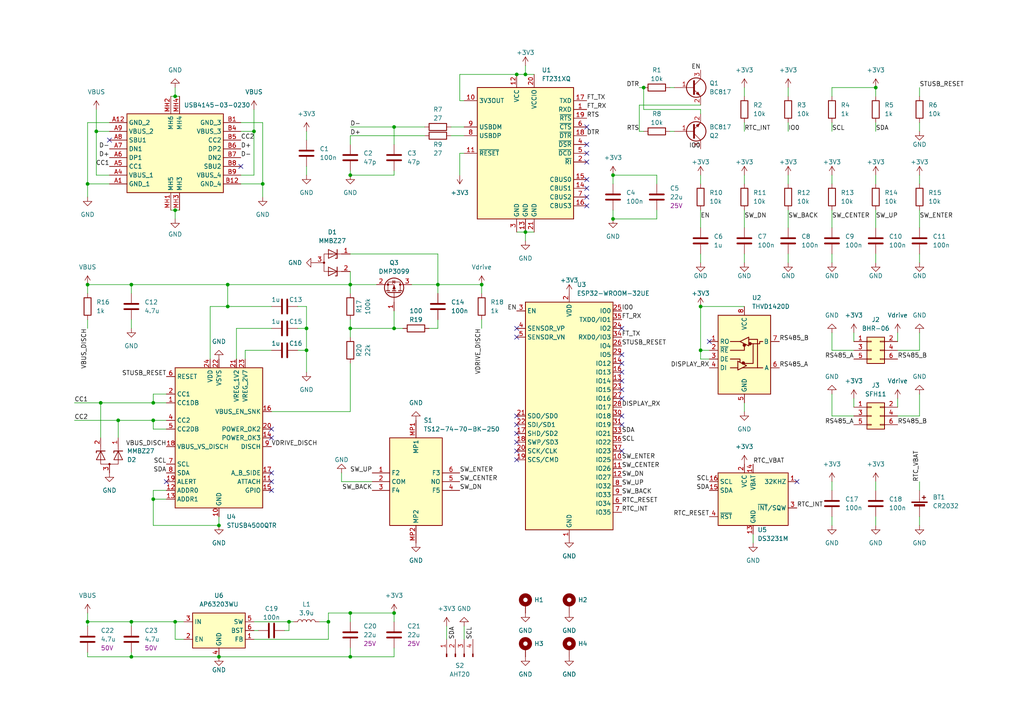
<source format=kicad_sch>
(kicad_sch (version 20231120) (generator "eeschema") (generator_version "8.0")
  (paper "A4")
  (junction (at 25.4 82.55))
  (junction (at 50.8 27.94))
  (junction (at 38.1 180.34))
  (junction (at 73.66 38.1))
  (junction (at 254 25.4))
  (junction (at 38.1 190.5))
  (junction (at 114.3 36.83))
  (junction (at 139.7 82.55))
  (junction (at 44.45 144.78))
  (junction (at 88.9 95.25))
  (junction (at 127 82.55))
  (junction (at 95.25 180.34))
  (junction (at 63.5 190.5))
  (junction (at 50.8 60.96))
  (junction (at 177.8 63.5))
  (junction (at 177.8 50.8))
  (junction (at 83.82 180.34))
  (junction (at 66.04 88.9))
  (junction (at 101.6 50.8))
  (junction (at 38.1 82.55))
  (junction (at 25.4 53.34))
  (junction (at 101.6 177.8))
  (junction (at 114.3 95.25))
  (junction (at 152.4 21.59))
  (junction (at 101.6 190.5))
  (junction (at 114.3 177.8))
  (junction (at 186.69 25.4))
  (junction (at 44.45 121.92))
  (junction (at 101.6 95.25))
  (junction (at 63.5 152.4))
  (junction (at 149.86 21.59))
  (junction (at 152.4 67.31))
  (junction (at 101.6 82.55))
  (junction (at 76.2 53.34))
  (junction (at 29.21 116.84))
  (junction (at 44.45 116.84))
  (junction (at 50.8 180.34))
  (junction (at 88.9 101.6))
  (junction (at 34.29 121.92))
  (junction (at 66.04 82.55))
  (junction (at 27.94 38.1))
  (junction (at 203.2 88.9))
  (junction (at 203.2 101.6))
  (junction (at 25.4 180.34))
  (no_connect (at 180.34 107.95))
  (no_connect (at 180.34 102.87))
  (no_connect (at 180.34 115.57))
  (no_connect (at 170.18 52.07))
  (no_connect (at 170.18 41.91))
  (no_connect (at 149.86 128.27))
  (no_connect (at 149.86 123.19))
  (no_connect (at 170.18 36.83))
  (no_connect (at 78.74 127))
  (no_connect (at 180.34 113.03))
  (no_connect (at 31.75 40.64))
  (no_connect (at 149.86 125.73))
  (no_connect (at 149.86 97.79))
  (no_connect (at 170.18 46.99))
  (no_connect (at 149.86 95.25))
  (no_connect (at 180.34 123.19))
  (no_connect (at 149.86 133.35))
  (no_connect (at 149.86 130.81))
  (no_connect (at 205.74 99.06))
  (no_connect (at 170.18 59.69))
  (no_connect (at 180.34 95.25))
  (no_connect (at 231.14 139.7))
  (no_connect (at 48.26 139.7))
  (no_connect (at 180.34 105.41))
  (no_connect (at 170.18 54.61))
  (no_connect (at 69.85 48.26))
  (no_connect (at 180.34 130.81))
  (no_connect (at 78.74 124.46))
  (no_connect (at 180.34 120.65))
  (no_connect (at 78.74 137.16))
  (no_connect (at 180.34 110.49))
  (no_connect (at 78.74 142.24))
  (no_connect (at 78.74 139.7))
  (no_connect (at 170.18 57.15))
  (no_connect (at 170.18 44.45))
  (no_connect (at 149.86 120.65))
  (wire (pts (xy 247.65 96.52) (xy 247.65 99.06)))
  (wire (pts (xy 190.5 63.5) (xy 190.5 60.96)))
  (wire (pts (xy 266.7 76.2) (xy 266.7 73.66)))
  (wire (pts (xy 44.45 144.78) (xy 44.45 152.4)))
  (wire (pts (xy 88.9 38.1) (xy 88.9 40.64)))
  (wire (pts (xy 215.9 60.96) (xy 215.9 66.04)))
  (wire (pts (xy 34.29 127) (xy 34.29 121.92)))
  (wire (pts (xy 215.9 76.2) (xy 215.9 73.66)))
  (wire (pts (xy 27.94 31.75) (xy 27.94 38.1)))
  (wire (pts (xy 203.2 73.66) (xy 203.2 76.2)))
  (wire (pts (xy 101.6 36.83) (xy 114.3 36.83)))
  (wire (pts (xy 101.6 50.8) (xy 101.6 49.53)))
  (wire (pts (xy 266.7 114.3) (xy 266.7 120.65)))
  (wire (pts (xy 25.4 35.56) (xy 31.75 35.56)))
  (wire (pts (xy 68.58 95.25) (xy 68.58 104.14)))
  (wire (pts (xy 114.3 177.8) (xy 114.3 180.34)))
  (wire (pts (xy 88.9 95.25) (xy 88.9 101.6)))
  (wire (pts (xy 78.74 95.25) (xy 68.58 95.25)))
  (wire (pts (xy 25.4 53.34) (xy 25.4 35.56)))
  (wire (pts (xy 38.1 181.61) (xy 38.1 180.34)))
  (wire (pts (xy 29.21 116.84) (xy 44.45 116.84)))
  (wire (pts (xy 139.7 92.71) (xy 139.7 95.25)))
  (wire (pts (xy 50.8 27.94) (xy 52.07 27.94)))
  (wire (pts (xy 194.31 38.1) (xy 195.58 38.1)))
  (wire (pts (xy 241.3 139.7) (xy 241.3 142.24)))
  (wire (pts (xy 63.5 190.5) (xy 101.6 190.5)))
  (wire (pts (xy 38.1 85.09) (xy 38.1 82.55)))
  (wire (pts (xy 241.3 53.34) (xy 241.3 50.8)))
  (wire (pts (xy 254 60.96) (xy 254 66.04)))
  (wire (pts (xy 66.04 88.9) (xy 60.96 88.9)))
  (wire (pts (xy 241.3 120.65) (xy 247.65 120.65)))
  (wire (pts (xy 95.25 185.42) (xy 73.66 185.42)))
  (wire (pts (xy 139.7 82.55) (xy 139.7 85.09)))
  (wire (pts (xy 133.35 21.59) (xy 149.86 21.59)))
  (wire (pts (xy 254 152.4) (xy 254 149.86)))
  (wire (pts (xy 228.6 60.96) (xy 228.6 66.04)))
  (wire (pts (xy 241.3 25.4) (xy 241.3 27.94)))
  (wire (pts (xy 260.35 118.11) (xy 260.35 115.57)))
  (wire (pts (xy 101.6 187.96) (xy 101.6 190.5)))
  (wire (pts (xy 241.3 76.2) (xy 241.3 73.66)))
  (wire (pts (xy 203.2 53.34) (xy 203.2 50.8)))
  (wire (pts (xy 44.45 114.3) (xy 44.45 116.84)))
  (wire (pts (xy 266.7 60.96) (xy 266.7 66.04)))
  (wire (pts (xy 241.3 60.96) (xy 241.3 66.04)))
  (wire (pts (xy 134.62 181.61) (xy 134.62 185.42)))
  (wire (pts (xy 215.9 25.4) (xy 215.9 27.94)))
  (wire (pts (xy 76.2 35.56) (xy 69.85 35.56)))
  (wire (pts (xy 66.04 88.9) (xy 78.74 88.9)))
  (wire (pts (xy 149.86 21.59) (xy 152.4 21.59)))
  (wire (pts (xy 99.06 139.7) (xy 107.95 139.7)))
  (wire (pts (xy 25.4 181.61) (xy 25.4 180.34)))
  (wire (pts (xy 92.71 180.34) (xy 95.25 180.34)))
  (wire (pts (xy 27.94 38.1) (xy 31.75 38.1)))
  (wire (pts (xy 44.45 144.78) (xy 48.26 144.78)))
  (wire (pts (xy 101.6 78.74) (xy 101.6 82.55)))
  (wire (pts (xy 247.65 115.57) (xy 247.65 118.11)))
  (wire (pts (xy 203.2 104.14) (xy 205.74 104.14)))
  (wire (pts (xy 50.8 25.4) (xy 50.8 27.94)))
  (wire (pts (xy 266.7 101.6) (xy 260.35 101.6)))
  (wire (pts (xy 101.6 39.37) (xy 123.19 39.37)))
  (wire (pts (xy 49.53 60.96) (xy 50.8 60.96)))
  (wire (pts (xy 185.42 25.4) (xy 186.69 25.4)))
  (wire (pts (xy 21.59 121.92) (xy 34.29 121.92)))
  (wire (pts (xy 44.45 124.46) (xy 48.26 124.46)))
  (wire (pts (xy 44.45 142.24) (xy 44.45 144.78)))
  (wire (pts (xy 266.7 96.52) (xy 266.7 101.6)))
  (wire (pts (xy 50.8 180.34) (xy 53.34 180.34)))
  (wire (pts (xy 48.26 142.24) (xy 44.45 142.24)))
  (wire (pts (xy 88.9 88.9) (xy 88.9 95.25)))
  (wire (pts (xy 218.44 154.94) (xy 218.44 157.48)))
  (wire (pts (xy 177.8 53.34) (xy 177.8 50.8)))
  (wire (pts (xy 78.74 119.38) (xy 101.6 119.38)))
  (wire (pts (xy 50.8 180.34) (xy 50.8 185.42)))
  (wire (pts (xy 73.66 31.75) (xy 73.66 38.1)))
  (wire (pts (xy 254 76.2) (xy 254 73.66)))
  (wire (pts (xy 66.04 88.9) (xy 66.04 82.55)))
  (wire (pts (xy 185.42 38.1) (xy 186.69 38.1)))
  (wire (pts (xy 25.4 57.15) (xy 25.4 53.34)))
  (wire (pts (xy 241.3 38.1) (xy 241.3 35.56)))
  (wire (pts (xy 86.36 101.6) (xy 88.9 101.6)))
  (wire (pts (xy 203.2 33.02) (xy 203.2 31.75)))
  (wire (pts (xy 25.4 180.34) (xy 38.1 180.34)))
  (wire (pts (xy 95.25 177.8) (xy 95.25 180.34)))
  (wire (pts (xy 34.29 121.92) (xy 44.45 121.92)))
  (wire (pts (xy 152.4 67.31) (xy 154.94 67.31)))
  (wire (pts (xy 44.45 116.84) (xy 48.26 116.84)))
  (wire (pts (xy 127 73.66) (xy 127 82.55)))
  (wire (pts (xy 228.6 35.56) (xy 228.6 38.1)))
  (wire (pts (xy 101.6 177.8) (xy 101.6 180.34)))
  (wire (pts (xy 114.3 36.83) (xy 114.3 41.91)))
  (wire (pts (xy 27.94 50.8) (xy 31.75 50.8)))
  (wire (pts (xy 25.4 82.55) (xy 38.1 82.55)))
  (wire (pts (xy 95.25 177.8) (xy 101.6 177.8)))
  (wire (pts (xy 215.9 35.56) (xy 215.9 38.1)))
  (wire (pts (xy 152.4 19.05) (xy 152.4 21.59)))
  (wire (pts (xy 241.3 25.4) (xy 254 25.4)))
  (wire (pts (xy 38.1 190.5) (xy 25.4 190.5)))
  (wire (pts (xy 71.12 101.6) (xy 78.74 101.6)))
  (wire (pts (xy 185.42 30.48) (xy 185.42 38.1)))
  (wire (pts (xy 48.26 114.3) (xy 44.45 114.3)))
  (wire (pts (xy 266.7 53.34) (xy 266.7 50.8)))
  (wire (pts (xy 127 85.09) (xy 127 82.55)))
  (wire (pts (xy 124.46 95.25) (xy 127 95.25)))
  (wire (pts (xy 101.6 177.8) (xy 114.3 177.8)))
  (wire (pts (xy 241.3 114.3) (xy 241.3 120.65)))
  (wire (pts (xy 86.36 88.9) (xy 88.9 88.9)))
  (wire (pts (xy 101.6 95.25) (xy 101.6 97.79)))
  (wire (pts (xy 266.7 35.56) (xy 266.7 38.1)))
  (wire (pts (xy 129.54 181.61) (xy 129.54 185.42)))
  (wire (pts (xy 254 38.1) (xy 254 35.56)))
  (wire (pts (xy 241.3 101.6) (xy 247.65 101.6)))
  (wire (pts (xy 101.6 190.5) (xy 114.3 190.5)))
  (wire (pts (xy 114.3 50.8) (xy 114.3 49.53)))
  (wire (pts (xy 228.6 53.34) (xy 228.6 50.8)))
  (wire (pts (xy 190.5 50.8) (xy 177.8 50.8)))
  (wire (pts (xy 114.3 187.96) (xy 114.3 190.5)))
  (wire (pts (xy 38.1 92.71) (xy 38.1 95.25)))
  (wire (pts (xy 130.81 39.37) (xy 134.62 39.37)))
  (wire (pts (xy 101.6 119.38) (xy 101.6 105.41)))
  (wire (pts (xy 99.06 137.16) (xy 99.06 139.7)))
  (wire (pts (xy 73.66 182.88) (xy 74.93 182.88)))
  (wire (pts (xy 215.9 53.34) (xy 215.9 50.8)))
  (wire (pts (xy 86.36 95.25) (xy 88.9 95.25)))
  (wire (pts (xy 254 139.7) (xy 254 142.24)))
  (wire (pts (xy 25.4 190.5) (xy 25.4 189.23)))
  (wire (pts (xy 25.4 82.55) (xy 25.4 85.09)))
  (wire (pts (xy 133.35 29.21) (xy 133.35 21.59)))
  (wire (pts (xy 149.86 67.31) (xy 152.4 67.31)))
  (wire (pts (xy 27.94 38.1) (xy 27.94 50.8)))
  (wire (pts (xy 152.4 21.59) (xy 154.94 21.59)))
  (wire (pts (xy 215.9 116.84) (xy 215.9 119.38)))
  (wire (pts (xy 38.1 190.5) (xy 63.5 190.5)))
  (wire (pts (xy 76.2 53.34) (xy 69.85 53.34)))
  (wire (pts (xy 83.82 180.34) (xy 85.09 180.34)))
  (wire (pts (xy 203.2 60.96) (xy 203.2 66.04)))
  (wire (pts (xy 266.7 152.4) (xy 266.7 149.86)))
  (wire (pts (xy 38.1 189.23) (xy 38.1 190.5)))
  (wire (pts (xy 88.9 101.6) (xy 88.9 107.95)))
  (wire (pts (xy 203.2 88.9) (xy 215.9 88.9)))
  (wire (pts (xy 203.2 101.6) (xy 203.2 88.9)))
  (wire (pts (xy 266.7 120.65) (xy 260.35 120.65)))
  (wire (pts (xy 50.8 60.96) (xy 52.07 60.96)))
  (wire (pts (xy 66.04 82.55) (xy 101.6 82.55)))
  (wire (pts (xy 114.3 95.25) (xy 116.84 95.25)))
  (wire (pts (xy 260.35 99.06) (xy 260.35 96.52)))
  (wire (pts (xy 127 82.55) (xy 139.7 82.55)))
  (wire (pts (xy 114.3 36.83) (xy 123.19 36.83)))
  (wire (pts (xy 76.2 53.34) (xy 76.2 35.56)))
  (wire (pts (xy 130.81 36.83) (xy 134.62 36.83)))
  (wire (pts (xy 83.82 180.34) (xy 83.82 182.88)))
  (wire (pts (xy 152.4 69.85) (xy 152.4 67.31)))
  (wire (pts (xy 73.66 50.8) (xy 69.85 50.8)))
  (wire (pts (xy 63.5 149.86) (xy 63.5 152.4)))
  (wire (pts (xy 203.2 101.6) (xy 205.74 101.6)))
  (wire (pts (xy 101.6 39.37) (xy 101.6 41.91)))
  (wire (pts (xy 44.45 152.4) (xy 63.5 152.4)))
  (wire (pts (xy 101.6 92.71) (xy 101.6 95.25)))
  (wire (pts (xy 194.31 25.4) (xy 195.58 25.4)))
  (wire (pts (xy 44.45 121.92) (xy 44.45 124.46)))
  (wire (pts (xy 44.45 121.92) (xy 48.26 121.92)))
  (wire (pts (xy 186.69 31.75) (xy 186.69 25.4)))
  (wire (pts (xy 83.82 182.88) (xy 82.55 182.88)))
  (wire (pts (xy 254 25.4) (xy 254 27.94)))
  (wire (pts (xy 133.35 44.45) (xy 134.62 44.45)))
  (wire (pts (xy 241.3 152.4) (xy 241.3 149.86)))
  (wire (pts (xy 127 95.25) (xy 127 92.71)))
  (wire (pts (xy 133.35 44.45) (xy 133.35 50.8)))
  (wire (pts (xy 60.96 88.9) (xy 60.96 104.14)))
  (wire (pts (xy 25.4 92.71) (xy 25.4 95.25)))
  (wire (pts (xy 241.3 96.52) (xy 241.3 101.6)))
  (wire (pts (xy 50.8 60.96) (xy 50.8 63.5)))
  (wire (pts (xy 88.9 50.8) (xy 88.9 48.26)))
  (wire (pts (xy 38.1 82.55) (xy 66.04 82.55)))
  (wire (pts (xy 73.66 180.34) (xy 83.82 180.34)))
  (wire (pts (xy 254 53.34) (xy 254 50.8)))
  (wire (pts (xy 38.1 180.34) (xy 50.8 180.34)))
  (wire (pts (xy 266.7 25.4) (xy 266.7 27.94)))
  (wire (pts (xy 95.25 180.34) (xy 95.25 185.42)))
  (wire (pts (xy 101.6 73.66) (xy 127 73.66)))
  (wire (pts (xy 134.62 29.21) (xy 133.35 29.21)))
  (wire (pts (xy 203.2 31.75) (xy 186.69 31.75)))
  (wire (pts (xy 50.8 185.42) (xy 53.34 185.42)))
  (wire (pts (xy 29.21 116.84) (xy 29.21 127)))
  (wire (pts (xy 25.4 177.8) (xy 25.4 180.34)))
  (wire (pts (xy 114.3 90.17) (xy 114.3 95.25)))
  (wire (pts (xy 73.66 38.1) (xy 69.85 38.1)))
  (wire (pts (xy 228.6 27.94) (xy 228.6 25.4)))
  (wire (pts (xy 127 82.55) (xy 119.38 82.55)))
  (wire (pts (xy 203.2 104.14) (xy 203.2 101.6)))
  (wire (pts (xy 177.8 63.5) (xy 177.8 60.96)))
  (wire (pts (xy 190.5 63.5) (xy 177.8 63.5)))
  (wire (pts (xy 76.2 57.15) (xy 76.2 53.34)))
  (wire (pts (xy 190.5 50.8) (xy 190.5 53.34)))
  (wire (pts (xy 101.6 50.8) (xy 114.3 50.8)))
  (wire (pts (xy 73.66 38.1) (xy 73.66 50.8)))
  (wire (pts (xy 101.6 95.25) (xy 114.3 95.25)))
  (wire (pts (xy 21.59 116.84) (xy 29.21 116.84)))
  (wire (pts (xy 49.53 27.94) (xy 50.8 27.94)))
  (wire (pts (xy 101.6 82.55) (xy 109.22 82.55)))
  (wire (pts (xy 25.4 53.34) (xy 31.75 53.34)))
  (wire (pts (xy 266.7 139.7) (xy 266.7 142.24)))
  (wire (pts (xy 203.2 30.48) (xy 185.42 30.48)))
  (wire (pts (xy 71.12 104.14) (xy 71.12 101.6)))
  (wire (pts (xy 228.6 76.2) (xy 228.6 73.66)))
  (wire (pts (xy 101.6 82.55) (xy 101.6 85.09)))
  (label "SW_DN" (at 180.34 138.43 0))
  (label "EN" (at 203.2 20.32 180))
  (label "SW_ENTER" (at 180.34 133.35 0))
  (label "SW_ENTER" (at 266.7 63.5 0))
  (label "SW_UP" (at 107.95 137.16 180))
  (label "IO0" (at 203.2 43.18 180))
  (label "RTC_RESET" (at 205.74 149.86 180))
  (label "DISPLAY_RX" (at 180.34 118.11 0))
  (label "RTC_INT" (at 180.34 148.59 0))
  (label "D+" (at 31.75 45.72 180))
  (label "STUSB_RESET" (at 48.26 109.22 180))
  (label "SW_BACK" (at 228.6 63.5 0))
  (label "EN" (at 149.86 90.17 180))
  (label "DTR" (at 170.18 39.37 0))
  (label "SDA" (at 48.26 137.16 180))
  (label "SCL" (at 48.26 134.62 180))
  (label "FT_RX" (at 180.34 92.71 0))
  (label "EN" (at 203.2 63.5 0))
  (label "RTC_VBAT" (at 266.7 139.7 90))
  (label "FT_TX" (at 170.18 29.21 0))
  (label "SW_CENTER" (at 133.35 139.7 0))
  (label "RS485_B" (at 260.35 123.19 0))
  (label "FT_RX" (at 170.18 31.75 0))
  (label "CC1" (at 31.75 48.26 180))
  (label "DISPLAY_RX" (at 205.74 106.68 180))
  (label "SDA" (at 180.34 125.73 0))
  (label "SCL" (at 137.16 185.42 90))
  (label "SCL" (at 205.74 139.7 180))
  (label "RS485_A" (at 247.65 104.14 180))
  (label "SW_DN" (at 133.35 142.24 0))
  (label "D-" (at 31.75 43.18 180))
  (label "SDA" (at 132.08 185.42 90))
  (label "CC1" (at 21.59 116.84 0))
  (label "CC2" (at 69.85 40.64 0))
  (label "FT_TX" (at 180.34 97.79 0))
  (label "VBUS_DISCH" (at 25.4 95.25 270))
  (label "SDA" (at 205.74 142.24 180))
  (label "SCL" (at 241.3 38.1 0))
  (label "CC2" (at 21.59 121.92 0))
  (label "VDRIVE_DISCH" (at 139.7 95.25 270))
  (label "STUSB_RESET" (at 180.34 100.33 0))
  (label "SCL" (at 180.34 128.27 0))
  (label "RTC_INT" (at 231.14 147.32 0))
  (label "SDA" (at 254 38.1 0))
  (label "RTC_VBAT" (at 218.44 134.62 0))
  (label "SW_BACK" (at 107.95 142.24 180))
  (label "RTS" (at 185.42 38.1 180))
  (label "SW_DN" (at 215.9 63.5 0))
  (label "IO0" (at 180.34 90.17 0))
  (label "SW_UP" (at 254 63.5 0))
  (label "VDRIVE_DISCH" (at 78.74 129.54 0))
  (label "RTC_RESET" (at 180.34 146.05 0))
  (label "RS485_B" (at 226.06 99.06 0))
  (label "RS485_A" (at 247.65 123.19 180))
  (label "RTC_INT" (at 215.9 38.1 0))
  (label "IO0" (at 228.6 38.1 0))
  (label "STUSB_RESET" (at 266.7 25.4 0))
  (label "RS485_A" (at 226.06 106.68 0))
  (label "SW_ENTER" (at 133.35 137.16 0))
  (label "D-" (at 69.85 45.72 0))
  (label "D+" (at 69.85 43.18 0))
  (label "RTS" (at 170.18 34.29 0))
  (label "RS485_B" (at 260.35 104.14 0))
  (label "DTR" (at 185.42 25.4 180))
  (label "SW_UP" (at 180.34 140.97 0))
  (label "SW_BACK" (at 180.34 143.51 0))
  (label "VBUS_DISCH" (at 48.26 129.54 180))
  (label "D-" (at 101.6 36.83 0))
  (label "SW_CENTER" (at 180.34 135.89 0))
  (label "D+" (at 101.6 39.37 0))
  (label "SW_CENTER" (at 241.3 63.5 0))
  (symbol (lib_id "power:GND") (at 165.1 190.5 0) (unit 1)
    (property "Reference" "#PWR069" (effects (hide yes)))
    (property "Value" "GND" (at 165.1 195.58 0))
  )
  (symbol (lib_id "power:GND") (at 203.2 76.2 0) (unit 1)
    (property "Reference" "#PWR026" (effects (hide yes)))
    (property "Value" "GND" (at 203.2 80.01 0))
  )
  (symbol (lib_id "power:GND") (at 101.6 50.8 0) (unit 1)
    (property "Reference" "#PWR011" (effects (hide yes)))
    (property "Value" "GND" (at 101.6 55.88 0))
  )
  (symbol (lib_id "power:GND") (at 76.2 57.15 0) (mirror y) (unit 1)
    (property "Reference" "#PWR021" (effects (hide yes)))
    (property "Value" "GND" (at 76.2 62.23 0))
  )
  (symbol (lib_id "power:GND") (at 88.9 107.95 0) (unit 1)
    (property "Reference" "#PWR042" (effects (hide yes)))
    (property "Value" "GND" (at 88.9 113.03 0))
  )
  (symbol (lib_id "Device:C") (at 88.9 44.45 0) (unit 1)
    (property "Reference" "C1" (at 92.71 43.18 0) (effects (justify left)))
    (property "Value" "100n" (at 92.71 45.72 0) (effects (justify left)))
    (property "Footprint" "Capacitor_SMD:C_0603_1608Metric" (effects (hide yes)))
  )
  (symbol (lib_id "Device:R") (at 266.7 31.75 0) (unit 1)
    (property "Reference" "R6" (at 269.24 30.48 0) (effects (justify left)))
    (property "Value" "10k" (at 269.24 33.02 0) (effects (justify left)))
    (property "Footprint" "Resistor_SMD:R_0603_1608Metric" (effects (hide yes)))
  )
  (symbol (lib_id "Device:R") (at 127 39.37 90) (unit 1)
    (property "Reference" "R9" (at 127 41.91 90))
    (property "Value" "27" (at 127 44.45 90))
    (property "Footprint" "Resistor_SMD:R_0603_1608Metric" (effects (hide yes)))
  )
  (symbol (lib_id "power:GND") (at 241.3 152.4 0) (unit 1)
    (property "Reference" "#PWR055" (effects (hide yes)))
    (property "Value" "GND" (at 241.3 157.48 0))
  )
  (symbol (lib_id "power:GND") (at 241.3 96.52 0) (mirror x) (unit 1)
    (property "Reference" "#PWR037" (effects (hide yes)))
    (property "Value" "GND" (at 241.3 91.44 0))
  )
  (symbol (lib_id "power:+3V3") (at 215.9 134.62 0) (unit 1)
    (property "Reference" "#PWR050" (effects (hide yes)))
    (property "Value" "+3V3" (at 215.9 129.54 0))
  )
  (symbol (lib_id "power:VBUS") (at 73.66 31.75 0) (mirror y) (unit 1)
    (property "Reference" "#PWR07" (effects (hide yes)))
    (property "Value" "VBUS" (at 73.66 26.67 0))
  )
  (symbol (lib_id "power:GND") (at 50.8 25.4 180) (unit 1)
    (property "Reference" "#PWR02" (effects (hide yes)))
    (property "Value" "GND" (at 50.8 20.32 0))
  )
  (symbol (lib_id "Interface_USB:FT231XQ") (at 152.4 44.45 0) (unit 1)
    (property "Reference" "U1" (at 157.1341 20.32 0) (effects (justify left)))
    (property "Value" "FT231XQ" (at 157.1341 22.86 0) (effects (justify left)))
    (property "Footprint" "Package_DFN_QFN:QFN-20-1EP_4x4mm_P0.5mm_EP2.5x2.5mm" (effects (hide yes)))
    (property "Datasheet" "https://www.ftdichip.com/Support/Documents/DataSheets/ICs/DS_FT231X.pdf" (effects (hide yes)))
  )
  (symbol (lib_id "power:GND") (at 241.3 76.2 0) (unit 1)
    (property "Reference" "#PWR029" (effects (hide yes)))
    (property "Value" "GND" (at 241.3 80.01 0))
  )
  (symbol (lib_id "power:GND") (at 63.5 152.4 0) (unit 1)
    (property "Reference" "#PWR054" (effects (hide yes)))
    (property "Value" "GND" (at 63.5 157.48 0))
  )
  (symbol (lib_id "power:GND") (at 152.4 177.8 0) (unit 1)
    (property "Reference" "#PWR063" (effects (hide yes)))
    (property "Value" "GND" (at 152.4 182.88 0))
  )
  (symbol (lib_id "Device:Battery_Cell") (at 266.7 147.32 0) (unit 1)
    (property "Reference" "BT1" (at 270.51 144.2085 0) (effects (justify left)))
    (property "Value" "CR2032" (at 270.51 146.7485 0) (effects (justify left)))
    (property "Footprint" "S8411-45:S8411-45" (effects (hide yes)))
  )
  (symbol (lib_id "Device:R") (at 215.9 57.15 0) (unit 1)
    (property "Reference" "R11" (at 218.44 55.88 0) (effects (justify left)))
    (property "Value" "10k" (at 218.44 58.42 0) (effects (justify left)))
    (property "Footprint" "Resistor_SMD:R_0603_1608Metric" (effects (hide yes)))
  )
  (symbol (lib_id "power:Vdrive") (at 260.35 96.52 0) (unit 1)
    (property "Reference" "#PWR039" (effects (hide yes)))
    (property "Value" "Vdrive" (at 260.35 91.44 0))
  )
  (symbol (lib_id "Diode:MMBZxx") (at 96.52 76.2 270) (unit 1)
    (property "Reference" "D1" (at 96.393 67.31 90))
    (property "Value" "MMBZ27" (at 96.393 69.85 90))
    (property "Footprint" "Package_TO_SOT_SMD:SOT-23" (effects (hide yes)))
    (property "Datasheet" "http://www.onsemi.com/pub/Collateral/MMBZ5V6ALT1-D.PDF" (effects (hide yes)))
  )
  (symbol (lib_id "power:+3V3") (at 254 50.8 0) (unit 1)
    (property "Reference" "#PWR018" (effects (hide yes)))
    (property "Value" "+3V3" (at 254 46.99 0))
  )
  (symbol (lib_id "Device:C") (at 254 69.85 0) (unit 1)
    (property "Reference" "C10" (at 257.81 68.58 0) (effects (justify left)))
    (property "Value" "100n" (at 257.81 71.12 0) (effects (justify left)))
    (property "Footprint" "Capacitor_SMD:C_0603_1608Metric" (effects (hide yes)))
  )
  (symbol (lib_id "Device:C") (at 215.9 69.85 0) (unit 1)
    (property "Reference" "C7" (at 219.71 68.58 0) (effects (justify left)))
    (property "Value" "100n" (at 219.71 71.12 0) (effects (justify left)))
    (property "Footprint" "Capacitor_SMD:C_0603_1608Metric" (effects (hide yes)))
  )
  (symbol (lib_id "power:+3V3") (at 241.3 50.8 0) (unit 1)
    (property "Reference" "#PWR017" (effects (hide yes)))
    (property "Value" "+3V3" (at 241.3 46.99 0))
  )
  (symbol (lib_id "Device:C") (at 82.55 101.6 90) (unit 1)
    (property "Reference" "C16" (at 83.82 100.33 90) (effects (justify right top)))
    (property "Value" "1u" (at 81.28 100.33 90) (effects (justify left top)))
    (property "Footprint" "Capacitor_SMD:C_0603_1608Metric" (effects (hide yes)))
  )
  (symbol (lib_id "power:+3V3") (at 203.2 50.8 0) (unit 1)
    (property "Reference" "#PWR014" (effects (hide yes)))
    (property "Value" "+3V3" (at 203.2 46.99 0))
  )
  (symbol (lib_id "power:+3V3") (at 247.65 115.57 0) (unit 1)
    (property "Reference" "#PWR044" (effects (hide yes)))
    (property "Value" "+3V3" (at 247.65 110.49 0))
  )
  (symbol (lib_id "power:+3V3") (at 241.3 139.7 0) (unit 1)
    (property "Reference" "#PWR052" (effects (hide yes)))
    (property "Value" "+3V3" (at 241.3 134.62 0))
  )
  (symbol (lib_id "power:+3V3") (at 177.8 50.8 0) (unit 1)
    (property "Reference" "#PWR013" (effects (hide yes)))
    (property "Value" "+3V3" (at 177.8 45.72 0))
  )
  (symbol (lib_id "Connector:Conn_01x04_Pin") (at 132.08 190.5 90) (unit 1)
    (property "Reference" "S2" (at 133.35 193.04 90))
    (property "Value" "AHT20" (at 133.35 195.58 90))
    (property "Footprint" "Connector_PinHeader_2.54mm:PinHeader_1x04_P2.54mm_Vertical" (effects (hide yes)))
  )
  (symbol (lib_id "Device:R") (at 241.3 31.75 0) (unit 1)
    (property "Reference" "R4" (at 243.84 30.48 0) (effects (justify left)))
    (property "Value" "1k" (at 243.84 33.02 0) (effects (justify left)))
    (property "Footprint" "Resistor_SMD:R_0603_1608Metric" (effects (hide yes)))
  )
  (symbol (lib_id "Device:R") (at 241.3 57.15 0) (unit 1)
    (property "Reference" "R13" (at 243.84 55.88 0) (effects (justify left)))
    (property "Value" "10k" (at 243.84 58.42 0) (effects (justify left)))
    (property "Footprint" "Resistor_SMD:R_0603_1608Metric" (effects (hide yes)))
  )
  (symbol (lib_id "power:VBUS") (at 25.4 82.55 0) (unit 1)
    (property "Reference" "#PWR032" (effects (hide yes)))
    (property "Value" "VBUS" (at 25.4 77.47 0))
  )
  (symbol (lib_id "Device:C") (at 114.3 184.15 0) (unit 1)
    (property "Reference" "C21" (at 118.11 181.61 0) (effects (justify left)))
    (property "Value" "22u" (at 118.11 184.15 0) (effects (justify left)))
    (property "Footprint" "Capacitor_SMD:C_0805_2012Metric" (effects (hide yes)))
    (property "Voltage" "25V" (at 118.11 186.69 0) (effects (justify left)))
  )
  (symbol (lib_id "power:GND") (at 266.7 76.2 0) (unit 1)
    (property "Reference" "#PWR031" (effects (hide yes)))
    (property "Value" "GND" (at 266.7 80.01 0))
  )
  (symbol (lib_id "power:GND") (at 254 152.4 0) (unit 1)
    (property "Reference" "#PWR056" (effects (hide yes)))
    (property "Value" "GND" (at 254 157.48 0))
  )
  (symbol (lib_id "Transistor_FET:Si2319CDS") (at 114.3 85.09 270) (mirror x) (unit 1)
    (property "Reference" "Q3" (at 114.3 76.2 90))
    (property "Value" "DMP3099" (at 114.3 78.74 90))
    (property "Footprint" "Package_TO_SOT_SMD:SOT-23" (effects (hide yes)))
    (property "Datasheet" "http://www.vishay.com/docs/66709/si2319cd.pdf" (effects (hide yes)))
  )
  (symbol (lib_id "power:GND") (at 215.9 119.38 0) (unit 1)
    (property "Reference" "#PWR047" (effects (hide yes)))
    (property "Value" "GND" (at 215.9 124.46 0))
  )
  (symbol (lib_id "power:GND") (at 31.75 137.16 0) (unit 1)
    (property "Reference" "#PWR049" (effects (hide yes)))
    (property "Value" "GND" (at 31.75 142.24 0))
  )
  (symbol (lib_id "power:+3V3") (at 215.9 25.4 0) (unit 1)
    (property "Reference" "#PWR03" (effects (hide yes)))
    (property "Value" "+3V3" (at 215.9 20.32 0))
  )
  (symbol (lib_id "Device:R") (at 101.6 88.9 180) (unit 1)
    (property "Reference" "R17" (at 104.14 88.9 90))
    (property "Value" "100k" (at 106.68 88.9 90))
    (property "Footprint" "Resistor_SMD:R_0603_1608Metric" (effects (hide yes)))
  )
  (symbol (lib_id "power:GND") (at 88.9 50.8 0) (unit 1)
    (property "Reference" "#PWR010" (effects (hide yes)))
    (property "Value" "GND" (at 88.9 55.88 0))
  )
  (symbol (lib_id "Device:C") (at 38.1 185.42 0) (unit 1)
    (property "Reference" "C23" (at 41.91 182.88 0) (effects (justify left)))
    (property "Value" "4.7u" (at 41.91 185.42 0) (effects (justify left)))
    (property "Footprint" "Capacitor_SMD:C_0805_2012Metric" (effects (hide yes)))
    (property "Voltage" "50V" (at 41.91 187.96 0) (effects (justify left)))
  )
  (symbol (lib_id "Device:R") (at 120.65 95.25 270) (unit 1)
    (property "Reference" "R19" (at 120.65 92.71 90))
    (property "Value" "100" (at 120.65 90.17 90))
    (property "Footprint" "Resistor_SMD:R_0603_1608Metric" (effects (hide yes)))
  )
  (symbol (lib_id "power:GND") (at 50.8 63.5 0) (unit 1)
    (property "Reference" "#PWR022" (effects (hide yes)))
    (property "Value" "GND" (at 50.8 67.945 0))
  )
  (symbol (lib_id "power:GND") (at 63.5 104.14 180) (unit 1)
    (property "Reference" "#PWR041" (effects (hide yes)))
    (property "Value" "GND" (at 63.5 99.06 0))
  )
  (symbol (lib_id "Device:C") (at 82.55 95.25 270) (unit 1)
    (property "Reference" "C15" (at 83.82 93.98 90) (effects (justify left bottom)))
    (property "Value" "1u" (at 81.28 93.98 90) (effects (justify right bottom)))
    (property "Footprint" "Capacitor_SMD:C_0603_1608Metric" (effects (hide yes)))
  )
  (symbol (lib_id "Timer_RTC:DS3231M") (at 218.44 144.78 0) (unit 1)
    (property "Reference" "U5" (at 219.71 153.67 0) (effects (justify left)))
    (property "Value" "DS3231M" (at 219.71 156.21 0) (effects (justify left)))
    (property "Footprint" "Package_SO:SOIC-16W_7.5x10.3mm_P1.27mm" (effects (hide yes)))
    (property "Datasheet" "http://datasheets.maximintegrated.com/en/ds/DS3231.pdf" (effects (hide yes)))
  )
  (symbol (lib_id "Device:R") (at 139.7 88.9 0) (unit 1)
    (property "Reference" "R18" (at 142.24 87.63 0) (effects (justify left)))
    (property "Value" "1k" (at 142.24 90.17 0) (effects (justify left)))
    (property "Footprint" "Resistor_SMD:R_0603_1608Metric" (effects (hide yes)))
  )
  (symbol (lib_id "Device:L") (at 88.9 180.34 90) (unit 1)
    (property "Reference" "L1" (at 88.9 175.26 90))
    (property "Value" "3.9u" (at 88.9 177.8 90))
    (property "Footprint" "Inductor_SMD:L_Bourns-SRN6028" (effects (hide yes)))
  )
  (symbol (lib_id "Device:C") (at 266.7 69.85 0) (unit 1)
    (property "Reference" "C11" (at 270.51 68.58 0) (effects (justify left)))
    (property "Value" "100n" (at 270.51 71.12 0) (effects (justify left)))
    (property "Footprint" "Capacitor_SMD:C_0603_1608Metric" (effects (hide yes)))
  )
  (symbol (lib_id "Device:C") (at 38.1 88.9 0) (unit 1)
    (property "Reference" "C12" (at 41.91 87.63 0) (effects (justify left)))
    (property "Value" "4.7u" (at 41.91 90.17 0) (effects (justify left)))
    (property "Footprint" "Capacitor_SMD:C_0805_2012Metric" (effects (hide yes)))
  )
  (symbol (lib_id "Device:R") (at 101.6 101.6 180) (unit 1)
    (property "Reference" "R20" (at 104.14 101.6 90))
    (property "Value" "22k" (at 106.68 101.6 90))
    (property "Footprint" "Resistor_SMD:R_0603_1608Metric" (effects (hide yes)))
  )
  (symbol (lib_id "Device:C") (at 82.55 88.9 90) (unit 1)
    (property "Reference" "C13" (at 83.82 87.63 90) (effects (justify right top)))
    (property "Value" "1u" (at 81.28 87.63 90) (effects (justify left top)))
    (property "Footprint" "Capacitor_SMD:C_0603_1608Metric" (effects (hide yes)))
  )
  (symbol (lib_id "power:GND") (at 152.4 190.5 0) (unit 1)
    (property "Reference" "#PWR068" (effects (hide yes)))
    (property "Value" "GND" (at 152.4 195.58 0))
  )
  (symbol (lib_id "Connector_Generic:Conn_02x03_Odd_Even") (at 252.73 101.6 0) (unit 1)
    (property "Reference" "J2" (at 254 92.71 0))
    (property "Value" "BHR-06" (at 254 95.25 0))
    (property "Footprint" "Connector_PinSocket_2.54mm:PinSocket_2x03_P2.54mm_Horizontal" (effects (hide yes)))
    (property "Full value" "BHR-06-HUA" (effects (hide yes)))
  )
  (symbol (lib_id "Device:C") (at 127 88.9 0) (unit 1)
    (property "Reference" "C14" (at 130.81 87.63 0) (effects (justify left)))
    (property "Value" "100n" (at 130.81 90.17 0) (effects (justify left)))
    (property "Footprint" "Capacitor_SMD:C_0603_1608Metric" (effects (hide yes)))
    (property "Voltage" "50V" (effects (hide yes)))
  )
  (symbol (lib_id "power:GND") (at 120.65 157.48 0) (unit 1)
    (property "Reference" "#PWR059" (effects (hide yes)))
    (property "Value" "GND" (at 120.65 162.56 0))
  )
  (symbol (lib_id "power:+3V3") (at 152.4 19.05 0) (unit 1)
    (property "Reference" "#PWR01" (effects (hide yes)))
    (property "Value" "+3V3" (at 152.4 15.24 0))
  )
  (symbol (lib_id "Regulator_Switching:AP63203WU") (at 63.5 182.88 0) (unit 1)
    (property "Reference" "U6" (at 63.5 172.72 0))
    (property "Value" "AP63203WU" (at 63.5 175.26 0))
    (property "Footprint" "Package_TO_SOT_SMD:TSOT-23-6" (effects (hide yes)))
    (property "Datasheet" "https://www.diodes.com/assets/Datasheets/AP63200-AP63201-AP63203-AP63205.pdf" (effects (hide yes)))
  )
  (symbol (lib_id "Mechanical:MountingHole_Pad") (at 165.1 187.96 0) (unit 1)
    (property "Reference" "H4" (at 167.64 186.69 0) (effects (justify left)))
    (property "Value" "MountingHole_Pad" (effects (hide yes)))
    (property "Footprint" "MountingHole:MountingHole_3.2mm_M3_DIN965_Pad" (effects (hide yes)))
  )
  (symbol (lib_id "Device:R") (at 254 31.75 0) (unit 1)
    (property "Reference" "R5" (at 256.54 30.48 0) (effects (justify left)))
    (property "Value" "1k" (at 256.54 33.02 0) (effects (justify left)))
    (property "Footprint" "Resistor_SMD:R_0603_1608Metric" (effects (hide yes)))
  )
  (symbol (lib_id "Device:C") (at 241.3 69.85 0) (unit 1)
    (property "Reference" "C9" (at 245.11 68.58 0) (effects (justify left)))
    (property "Value" "100n" (at 245.11 71.12 0) (effects (justify left)))
    (property "Footprint" "Capacitor_SMD:C_0603_1608Metric" (effects (hide yes)))
  )
  (symbol (lib_id "Interface_UART:THVD1420D") (at 215.9 101.6 0) (unit 1)
    (property "Reference" "U2" (at 218.0941 86.36 0) (effects (justify left)))
    (property "Value" "THVD1420D" (at 218.0941 88.9 0) (effects (justify left)))
    (property "Footprint" "Package_SO:SOIC-8_3.9x4.9mm_P1.27mm" (effects (hide yes)))
    (property "Datasheet" "https://www.ti.com/lit/ds/symlink/thvd1420.pdf" (effects (hide yes)))
  )
  (symbol (lib_id "power:VBUS") (at 25.4 177.8 0) (unit 1)
    (property "Reference" "#PWR061" (effects (hide yes)))
    (property "Value" "VBUS" (at 25.4 172.72 0))
  )
  (symbol (lib_id "Diode:MMBZxx") (at 31.75 132.08 0) (mirror y) (unit 1)
    (property "Reference" "D2" (at 36.83 133.35 0) (effects (justify right)))
    (property "Value" "MMBZ27" (at 36.83 130.81 0) (effects (justify right)))
    (property "Footprint" "Package_TO_SOT_SMD:SOT-23" (effects (hide yes)))
    (property "Datasheet" "http://www.onsemi.com/pub/Collateral/MMBZ5V6ALT1-D.PDF" (effects (hide yes)))
  )
  (symbol (lib_id "power:+3V3") (at 254 139.7 0) (unit 1)
    (property "Reference" "#PWR053" (effects (hide yes)))
    (property "Value" "+3V3" (at 254 134.62 0))
  )
  (symbol (lib_id "power:GND") (at 266.7 152.4 0) (unit 1)
    (property "Reference" "#PWR057" (effects (hide yes)))
    (property "Value" "GND" (at 266.7 157.48 0))
  )
  (symbol (lib_id "Device:C") (at 25.4 185.42 0) (unit 1)
    (property "Reference" "C22" (at 29.21 182.88 0) (effects (justify left)))
    (property "Value" "4.7u" (at 29.21 185.42 0) (effects (justify left)))
    (property "Footprint" "Capacitor_SMD:C_0805_2012Metric" (effects (hide yes)))
    (property "Voltage" "50V" (at 29.21 187.96 0) (effects (justify left)))
  )
  (symbol (lib_id "power:GND") (at 254 76.2 0) (unit 1)
    (property "Reference" "#PWR030" (effects (hide yes)))
    (property "Value" "GND" (at 254 80.01 0))
  )
  (symbol (lib_id "RF_Module:ESP32-WROOM-32U") (at 165.1 120.65 0) (unit 1)
    (property "Reference" "U3" (at 167.2941 82.55 0) (effects (justify left)))
    (property "Value" "ESP32-WROOM-32UE" (at 167.2941 85.09 0) (effects (justify left)))
    (property "Footprint" "RF_Module:ESP32-WROOM-32UE" (effects (hide yes)))
    (property "Datasheet" "https://www.espressif.com/sites/default/files/documentation/esp32-wroom-32d_esp32-wroom-32u_datasheet_en.pdf" (effects (hide yes)))
  )
  (symbol (lib_id "power:+3V3") (at 129.54 181.61 0) (unit 1)
    (property "Reference" "#PWR065" (effects (hide yes)))
    (property "Value" "+3V3" (at 129.54 176.53 0))
  )
  (symbol (lib_id "Device:R") (at 190.5 38.1 90) (unit 1)
    (property "Reference" "R8" (at 190.5 33.02 90))
    (property "Value" "10k" (at 190.5 35.56 90))
    (property "Footprint" "Resistor_SMD:R_0603_1608Metric" (effects (hide yes)))
  )
  (symbol (lib_id "power:GND") (at 241.3 114.3 0) (mirror x) (unit 1)
    (property "Reference" "#PWR043" (effects (hide yes)))
    (property "Value" "GND" (at 241.3 109.22 0))
  )
  (symbol (lib_id "Connector_Generic:Conn_02x03_Odd_Even") (at 252.73 120.65 0) (unit 1)
    (property "Reference" "J3" (at 254 111.76 0))
    (property "Value" "SFH11" (at 254 114.3 0))
    (property "Footprint" "Connector_PinSocket_2.54mm:PinSocket_2x03_P2.54mm_Vertical" (effects (hide yes)))
    (property "Full value" "SFH11-NBPC-D03-ST-BK" (effects (hide yes)))
  )
  (symbol (lib_id "power:GND") (at 165.1 156.21 0) (unit 1)
    (property "Reference" "#PWR058" (effects (hide yes)))
    (property "Value" "GND" (at 165.1 161.29 0))
  )
  (symbol (lib_id "USB_4145:USB4145-03-0230-C") (at 49.53 60.96 90) (unit 1)
    (property "Reference" "J1" (effects (hide yes)))
    (property "Value" "USB4145-03-0230" (at 53.34 30.48 90) (effects (justify right)))
    (property "Footprint" "USB_4145:USB4145030230C" (effects (hide yes)))
    (property "Datasheet" "https://gct.co/newark/connector/USB4145" (effects (hide yes)))
    (property "Height" "7.66" (effects (hide yes)))
    (property "Mouser Part Number" "640-USB4145-3-0230-C" (effects (hide yes)))
    (property "Mouser Price/Stock" "https://www.mouser.co.uk/ProductDetail/GCT/USB4145-03-0230-C?qs=vvQtp7zwQdObw3D6iVsXIA%3D%3D" (effects (hide yes)))
    (property "Manufacturer_Name" "GCT (GLOBAL CONNECTOR TECHNOLOGY)" (effects (hide yes)))
    (property "Manufacturer_Part_Number" "USB4145-03-0230-C" (effects (hide yes)))
  )
  (symbol (lib_id "power:GND") (at 25.4 57.15 0) (unit 1)
    (property "Reference" "#PWR020" (effects (hide yes)))
    (property "Value" "GND" (at 25.4 62.23 0))
  )
  (symbol (lib_id "Device:R") (at 203.2 57.15 0) (unit 1)
    (property "Reference" "R10" (at 205.74 55.88 0) (effects (justify left)))
    (property "Value" "10k" (at 205.74 58.42 0) (effects (justify left)))
    (property "Footprint" "Resistor_SMD:R_0603_1608Metric" (effects (hide yes)))
  )
  (symbol (lib_id "Device:C") (at 254 146.05 0) (unit 1)
    (property "Reference" "C18" (at 257.81 144.78 0) (effects (justify left)))
    (property "Value" "100n" (at 257.81 147.32 0) (effects (justify left)))
    (property "Footprint" "Capacitor_SMD:C_0603_1608Metric" (effects (hide yes)))
  )
  (symbol (lib_id "Device:R") (at 190.5 25.4 90) (unit 1)
    (property "Reference" "R1" (at 190.5 20.32 90))
    (property "Value" "10k" (at 190.5 22.86 90))
    (property "Footprint" "Resistor_SMD:R_0603_1608Metric" (effects (hide yes)))
  )
  (symbol (lib_id "power:GND") (at 218.44 157.48 0) (unit 1)
    (property "Reference" "#PWR060" (effects (hide yes)))
    (property "Value" "GND" (at 218.44 162.56 0))
  )
  (symbol (lib_id "Device:C") (at 177.8 57.15 0) (unit 1)
    (property "Reference" "C4" (at 181.61 55.88 0) (effects (justify left)))
    (property "Value" "100n" (at 181.61 58.42 0) (effects (justify left)))
    (property "Footprint" "Capacitor_SMD:C_0603_1608Metric" (effects (hide yes)))
  )
  (symbol (lib_id "Mechanical:MountingHole_Pad") (at 152.4 175.26 0) (unit 1)
    (property "Reference" "H1" (at 154.94 173.99 0) (effects (justify left)))
    (property "Value" "MountingHole_Pad" (effects (hide yes)))
    (property "Footprint" "MountingHole:MountingHole_3.2mm_M3_DIN965_Pad" (effects (hide yes)))
  )
  (symbol (lib_id "Device:C") (at 228.6 69.85 0) (unit 1)
    (property "Reference" "C8" (at 232.41 68.58 0) (effects (justify left)))
    (property "Value" "100n" (at 232.41 71.12 0) (effects (justify left)))
    (property "Footprint" "Capacitor_SMD:C_0603_1608Metric" (effects (hide yes)))
  )
  (symbol (lib_id "power:GND") (at 266.7 96.52 180) (unit 1)
    (property "Reference" "#PWR040" (effects (hide yes)))
    (property "Value" "GND" (at 266.7 91.44 0))
  )
  (symbol (lib_id "Device:C") (at 203.2 69.85 0) (unit 1)
    (property "Reference" "C6" (at 207.01 68.58 0) (effects (justify left)))
    (property "Value" "1u" (at 207.01 71.12 0) (effects (justify left)))
    (property "Footprint" "Capacitor_SMD:C_0603_1608Metric" (effects (hide yes)))
  )
  (symbol (lib_id "power:+3V3") (at 165.1 85.09 0) (unit 1)
    (property "Reference" "#PWR034" (effects (hide yes)))
    (property "Value" "+3V3" (at 165.1 81.28 0))
  )
  (symbol (lib_id "power:+3V3") (at 247.65 96.52 0) (unit 1)
    (property "Reference" "#PWR038" (effects (hide yes)))
    (property "Value" "+3V3" (at 247.65 91.44 0))
  )
  (symbol (lib_id "Device:R") (at 266.7 57.15 0) (unit 1)
    (property "Reference" "R15" (at 269.24 55.88 0) (effects (justify left)))
    (property "Value" "10k" (at 269.24 58.42 0) (effects (justify left)))
    (property "Footprint" "Resistor_SMD:R_0603_1608Metric" (effects (hide yes)))
  )
  (symbol (lib_id "power:GND") (at 266.7 114.3 180) (unit 1)
    (property "Reference" "#PWR046" (effects (hide yes)))
    (property "Value" "GND" (at 266.7 109.22 0))
  )
  (symbol (lib_id "Mechanical:MountingHole_Pad") (at 152.4 187.96 0) (unit 1)
    (property "Reference" "H3" (at 154.94 186.69 0) (effects (justify left)))
    (property "Value" "MountingHole_Pad" (effects (hide yes)))
    (property "Footprint" "MountingHole:MountingHole_3.2mm_M3_DIN965_Pad" (effects (hide yes)))
  )
  (symbol (lib_id "power:+3V3") (at 215.9 50.8 0) (unit 1)
    (property "Reference" "#PWR015" (effects (hide yes)))
    (property "Value" "+3V3" (at 215.9 46.99 0))
  )
  (symbol (lib_id "Device:R") (at 228.6 31.75 0) (unit 1)
    (property "Reference" "R3" (at 231.14 30.48 0) (effects (justify left)))
    (property "Value" "10k" (at 231.14 33.02 0) (effects (justify left)))
    (property "Footprint" "Resistor_SMD:R_0603_1608Metric" (effects (hide yes)))
  )
  (symbol (lib_id "power:+3V3") (at 133.35 50.8 180) (unit 1)
    (property "Reference" "#PWR012" (effects (hide yes)))
    (property "Value" "+3V3" (at 133.35 55.88 0))
  )
  (symbol (lib_id "Device:C") (at 78.74 182.88 90) (unit 1)
    (property "Reference" "C19" (at 78.74 176.53 90))
    (property "Value" "100n" (at 78.74 179.07 90))
    (property "Footprint" "Capacitor_SMD:C_0603_1608Metric" (effects (hide yes)))
  )
  (symbol (lib_id "Device:C") (at 241.3 146.05 0) (unit 1)
    (property "Reference" "C17" (at 245.11 144.78 0) (effects (justify left)))
    (property "Value" "100n" (at 245.11 147.32 0) (effects (justify left)))
    (property "Footprint" "Capacitor_SMD:C_0603_1608Metric" (effects (hide yes)))
  )
  (symbol (lib_id "power:GND") (at 63.5 190.5 0) (unit 1)
    (property "Reference" "#PWR067" (effects (hide yes)))
    (property "Value" "GND" (at 63.5 194.31 0))
  )
  (symbol (lib_id "power:GND") (at 228.6 76.2 0) (unit 1)
    (property "Reference" "#PWR028" (effects (hide yes)))
    (property "Value" "GND" (at 228.6 80.01 0))
  )
  (symbol (lib_id "power:+3V3") (at 88.9 38.1 0) (unit 1)
    (property "Reference" "#PWR08" (effects (hide yes)))
    (property "Value" "+3V3" (at 88.9 33.02 0))
  )
  (symbol (lib_id "power:GND") (at 38.1 95.25 0) (unit 1)
    (property "Reference" "#PWR036" (effects (hide yes)))
    (property "Value" "GND" (at 38.1 100.33 0))
  )
  (symbol (lib_id "Device:R") (at 215.9 31.75 0) (unit 1)
    (property "Reference" "R2" (at 218.44 30.48 0) (effects (justify left)))
    (property "Value" "10k" (at 218.44 33.02 0) (effects (justify left)))
    (property "Footprint" "Resistor_SMD:R_0603_1608Metric" (effects (hide yes)))
  )
  (symbol (lib_id "Mechanical:MountingHole_Pad") (at 165.1 175.26 0) (unit 1)
    (property "Reference" "H2" (at 167.64 173.99 0) (effects (justify left)))
    (property "Value" "MountingHole_Pad" (effects (hide yes)))
    (property "Footprint" "MountingHole:MountingHole_3.2mm_M3_DIN965_Pad" (effects (hide yes)))
  )
  (symbol (lib_id "power:+3V3") (at 203.2 88.9 0) (unit 1)
    (property "Reference" "#PWR035" (effects (hide yes)))
    (property "Value" "+3V3" (at 203.2 85.09 0))
  )
  (symbol (lib_id "power:+3V3") (at 266.7 50.8 0) (unit 1)
    (property "Reference" "#PWR019" (effects (hide yes)))
    (property "Value" "+3V3" (at 266.7 46.99 0))
  )
  (symbol (lib_id "power:+3V3") (at 254 25.4 0) (unit 1)
    (property "Reference" "#PWR05" (effects (hide yes)))
    (property "Value" "+3V3" (at 254 20.32 0))
  )
  (symbol (lib_id "Transistor_BJT:BC817") (at 200.66 25.4 0) (unit 1)
    (property "Reference" "Q1" (at 205.74 24.13 0) (effects (justify left)))
    (property "Value" "BC817" (at 205.74 26.67 0) (effects (justify left)))
    (property "Footprint" "Package_TO_SOT_SMD:SOT-23" (effects (hide yes)))
    (property "Datasheet" "https://www.onsemi.com/pub/Collateral/BC818-D.pdf" (effects (hide yes)))
  )
  (symbol (lib_id "Transistor_BJT:BC817") (at 200.66 38.1 0) (mirror x) (unit 1)
    (property "Reference" "Q2" (at 205.74 39.37 0) (effects (justify left)))
    (property "Value" "BC817" (at 205.74 36.83 0) (effects (justify left)))
    (property "Footprint" "Package_TO_SOT_SMD:SOT-23" (effects (hide yes)))
    (property "Datasheet" "https://www.onsemi.com/pub/Collateral/BC818-D.pdf" (effects (hide yes)))
  )
  (symbol (lib_id "power:GND") (at 215.9 76.2 0) (unit 1)
    (property "Reference" "#PWR027" (effects (hide yes)))
    (property "Value" "GND" (at 215.9 80.01 0))
  )
  (symbol (lib_id "Device:C") (at 190.5 57.15 0) (unit 1)
    (property "Reference" "C5" (at 194.31 54.61 0) (effects (justify left)))
    (property "Value" "22u" (at 194.31 57.15 0) (effects (justify left)))
    (property "Footprint" "Capacitor_SMD:C_0805_2012Metric" (effects (hide yes)))
    (property "Voltage" "25V" (at 194.31 59.69 0) (effects (justify left)))
  )
  (symbol (lib_id "power:GND") (at 134.62 181.61 180) (unit 1)
    (property "Reference" "#PWR066" (effects (hide yes)))
    (property "Value" "GND" (at 134.62 176.53 0))
  )
  (symbol (lib_id "power:Vdrive") (at 139.7 82.55 0) (unit 1)
    (property "Reference" "#PWR033" (effects (hide yes)))
    (property "Value" "Vdrive" (at 139.7 77.47 0))
  )
  (symbol (lib_id "Device:C") (at 114.3 45.72 0) (unit 1)
    (property "Reference" "C3" (at 118.11 44.45 0) (effects (justify left)))
    (property "Value" "47p" (at 118.11 46.99 0) (effects (justify left)))
    (property "Footprint" "Capacitor_SMD:C_0603_1608Metric" (effects (hide yes)))
  )
  (symbol (lib_id "power:GND") (at 91.44 76.2 270) (unit 1)
    (property "Reference" "#PWR025" (effects (hide yes)))
    (property "Value" "GND" (at 87.63 76.2 90) (effects (justify right)))
  )
  (symbol (lib_id "Device:R") (at 228.6 57.15 0) (unit 1)
    (property "Reference" "R12" (at 231.14 55.88 0) (effects (justify left)))
    (property "Value" "10k" (at 231.14 58.42 0) (effects (justify left)))
    (property "Footprint" "Resistor_SMD:R_0603_1608Metric" (effects (hide yes)))
  )
  (symbol (lib_id "power:GND") (at 165.1 177.8 0) (unit 1)
    (property "Reference" "#PWR064" (effects (hide yes)))
    (property "Value" "GND" (at 165.1 182.88 0))
  )
  (symbol (lib_id "power:GND") (at 120.65 121.92 180) (unit 1)
    (property "Reference" "#PWR048" (effects (hide yes)))
    (property "Value" "GND" (at 120.65 116.84 0))
  )
  (symbol (lib_id "power:GND") (at 177.8 63.5 0) (unit 1)
    (property "Reference" "#PWR023" (effects (hide yes)))
    (property "Value" "GND" (at 177.8 68.58 0))
  )
  (symbol (lib_id "Device:R") (at 127 36.83 90) (unit 1)
    (property "Reference" "R7" (at 127 31.75 90))
    (property "Value" "27" (at 127 34.29 90))
    (property "Footprint" "Resistor_SMD:R_0603_1608Metric" (effects (hide yes)))
  )
  (symbol (lib_id "power:+3V3") (at 114.3 177.8 0) (unit 1)
    (property "Reference" "#PWR062" (effects (hide yes)))
    (property "Value" "+3V3" (at 114.3 172.72 0))
  )
  (symbol (lib_id "power:+3V3") (at 228.6 25.4 0) (unit 1)
    (property "Reference" "#PWR04" (effects (hide yes)))
    (property "Value" "+3V3" (at 228.6 20.32 0))
  )
  (symbol (lib_id "Nav Switch:TS12-74-60-BK-250-SMT-TR") (at 120.65 139.7 0) (unit 1)
    (property "Reference" "S1" (at 122.8441 121.92 0) (effects (justify left)))
    (property "Value" "TS12-74-70-BK-250" (at 122.8441 124.46 0) (effects (justify left)))
    (property "Footprint" "TS12-74-60-BK-250-SMT-TR:TS127460BK250SMTTR" (effects (hide yes)))
    (property "Datasheet" "https://www.cuidevices.com/product/resource/pdf/ts12.pdf" (effects (hide yes)))
    (property "Height" "6.2" (effects (hide yes)))
    (property "Mouser Part Number" "179-TS127460250SMTTR" (effects (hide yes)))
    (property "Mouser Price/Stock" "https://www.mouser.co.uk/ProductDetail/CUI-Devices/TS12-74-60-BK-250-SMT-TR?qs=t7xnP681wgUg8sqSaOIQFQ%3D%3D" (effects (hide yes)))
    (property "Manufacturer_Name" "CUI Devices" (effects (hide yes)))
    (property "Manufacturer_Part_Number" "TS12-74-60-BK-250-SMT-TR" (effects (hide yes)))
  )
  (symbol (lib_id "power:GND") (at 99.06 137.16 180) (unit 1)
    (property "Reference" "#PWR051" (effects (hide yes)))
    (property "Value" "GND" (at 99.06 133.35 0))
  )
  (symbol (lib_id "power:GND") (at 152.4 69.85 0) (unit 1)
    (property "Reference" "#PWR024" (effects (hide yes)))
    (property "Value" "GND" (at 152.4 74.93 0))
  )
  (symbol (lib_id "Interface_USB:STUSB4500QTR") (at 63.5 127 0) (unit 1)
    (property "Reference" "U4" (at 65.6941 149.86 0) (effects (justify left)))
    (property "Value" "STUSB4500QTR" (at 65.6941 152.4 0) (effects (justify left)))
    (property "Footprint" "Package_DFN_QFN:QFN-24-1EP_4x4mm_P0.5mm_EP2.7x2.7mm" (effects (hide yes)))
    (property "Datasheet" "https://www.st.com/resource/en/datasheet/stusb4500.pdf" (effects (hide yes)))
  )
  (symbol (lib_id "power:VBUS") (at 27.94 31.75 0) (unit 1)
    (property "Reference" "#PWR06" (effects (hide yes)))
    (property "Value" "VBUS" (at 27.94 26.67 0))
  )
  (symbol (lib_id "power:Vdrive") (at 260.35 115.57 0) (unit 1)
    (property "Reference" "#PWR045" (effects (hide yes)))
    (property "Value" "Vdrive" (at 260.35 110.49 0))
  )
  (symbol (lib_id "Device:C") (at 101.6 45.72 0) (unit 1)
    (property "Reference" "C2" (at 105.41 44.45 0) (effects (justify left)))
    (property "Value" "47p" (at 105.41 46.99 0) (effects (justify left)))
    (property "Footprint" "Capacitor_SMD:C_0603_1608Metric" (effects (hide yes)))
  )
  (symbol (lib_id "Device:C") (at 101.6 184.15 0) (unit 1)
    (property "Reference" "C20" (at 105.41 181.61 0) (effects (justify left)))
    (property "Value" "22u" (at 105.41 184.15 0) (effects (justify left)))
    (property "Footprint" "Capacitor_SMD:C_0805_2012Metric" (effects (hide yes)))
    (property "Voltage" "25V" (at 105.41 186.69 0) (effects (justify left)))
  )
  (symbol (lib_id "power:+3V3") (at 228.6 50.8 0) (unit 1)
    (property "Reference" "#PWR016" (effects (hide yes)))
    (property "Value" "+3V3" (at 228.6 46.99 0))
  )
  (symbol (lib_id "Device:R") (at 254 57.15 0) (unit 1)
    (property "Reference" "R14" (at 256.54 55.88 0) (effects (justify left)))
    (property "Value" "10k" (at 256.54 58.42 0) (effects (justify left)))
    (property "Footprint" "Resistor_SMD:R_0603_1608Metric" (effects (hide yes)))
  )
  (symbol (lib_id "Device:R") (at 25.4 88.9 0) (unit 1)
    (property "Reference" "R16" (at 27.94 87.63 0) (effects (justify left)))
    (property "Value" "1k" (at 27.94 90.17 0) (effects (justify left)))
    (property "Footprint" "Resistor_SMD:R_0603_1608Metric" (effects (hide yes)))
  )
  (symbol (lib_id "power:GND") (at 266.7 38.1 0) (unit 1)
    (property "Reference" "#PWR09" (effects (hide yes)))
    (property "Value" "GND" (at 266.7 41.91 0))
  )
)
</source>
